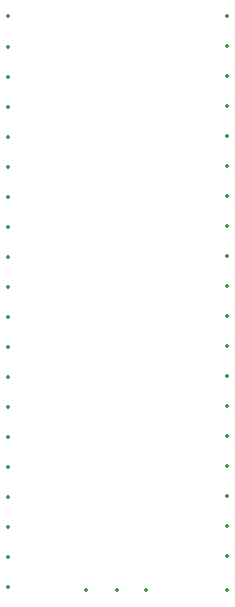
<source format=gbo>
%TF.GenerationSoftware,KiCad,Pcbnew,8.0.8*%
%TF.CreationDate,2025-02-11T11:30:28+05:30*%
%TF.ProjectId,my-template,6d792d74-656d-4706-9c61-74652e6b6963,rev?*%
%TF.SameCoordinates,Original*%
%TF.FileFunction,Legend,Bot*%
%TF.FilePolarity,Positive*%
%FSLAX46Y46*%
G04 Gerber Fmt 4.6, Leading zero omitted, Abs format (unit mm)*
G04 Created by KiCad (PCBNEW 8.0.8) date 2025-02-11 11:30:28*
%MOMM*%
%LPD*%
G01*
G04 APERTURE LIST*
%ADD10C,0.350000*%
G04 APERTURE END LIST*
D10*
X149702600Y-111925600D03*
X149702600Y-109021600D03*
X149702600Y-106481600D03*
X149702600Y-103941600D03*
X149702600Y-101401600D03*
X149702600Y-98861600D03*
X149702600Y-96321600D03*
X149702600Y-93781600D03*
X149702600Y-91241600D03*
X149702600Y-88701600D03*
X149702600Y-86161600D03*
X149702600Y-83621600D03*
X149702600Y-81081600D03*
X149702600Y-78541600D03*
X149702600Y-76001600D03*
X149702600Y-73461600D03*
X149702600Y-70921600D03*
X149702600Y-68381600D03*
X149702600Y-65841600D03*
X149702600Y-63301600D03*
X137702600Y-111901600D03*
X140342600Y-111901600D03*
X142782600Y-111901600D03*
X131102600Y-63301600D03*
X131102600Y-65886600D03*
X131102600Y-68426600D03*
X131102600Y-70966600D03*
X131102600Y-73506600D03*
X131102600Y-76046600D03*
X131102600Y-78586600D03*
X131102600Y-81126600D03*
X131102600Y-83666600D03*
X131102600Y-86206600D03*
X131102600Y-88746600D03*
X131102600Y-91286600D03*
X131102600Y-93826600D03*
X131102600Y-96366600D03*
X131102600Y-98906600D03*
X131102600Y-101446600D03*
X131102600Y-103986600D03*
X131102600Y-106526600D03*
X131102600Y-109066600D03*
X131102600Y-111606600D03*
M02*

</source>
